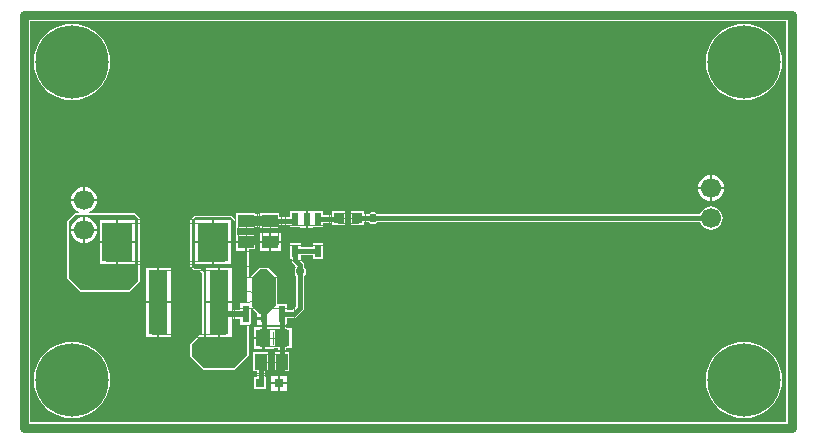
<source format=gtl>
G04*
G04 #@! TF.GenerationSoftware,Altium Limited,Altium Designer,18.1.11 (251)*
G04*
G04 Layer_Physical_Order=1*
G04 Layer_Color=255*
%FSLAX25Y25*%
%MOIN*%
G70*
G01*
G75*
%ADD12C,0.00197*%
%ADD13C,0.00650*%
%ADD14C,0.03000*%
%ADD15C,0.00394*%
%ADD16R,0.02362X0.05512*%
%ADD17R,0.02362X0.02756*%
%ADD18R,0.02362X0.04134*%
%ADD19R,0.03937X0.05315*%
%ADD20R,0.03347X0.03543*%
%ADD21R,0.03150X0.03150*%
%ADD22R,0.10197X0.12756*%
%ADD23R,0.06496X0.21260*%
%ADD24R,0.05118X0.05709*%
%ADD25R,0.05315X0.03937*%
%ADD38C,0.02000*%
%ADD39C,0.01600*%
%ADD40C,0.03200*%
%ADD41C,0.24410*%
%ADD42C,0.06693*%
%ADD43C,0.02953*%
G36*
X253866Y2039D02*
X2039D01*
Y135756D01*
X253866D01*
Y2039D01*
D02*
G37*
%LPC*%
G36*
X240000Y134744D02*
X238006Y134587D01*
X236062Y134120D01*
X234214Y133355D01*
X232509Y132310D01*
X230989Y131011D01*
X229690Y129491D01*
X228645Y127786D01*
X227880Y125938D01*
X227413Y123994D01*
X227256Y122000D01*
X227413Y120006D01*
X227880Y118062D01*
X228645Y116214D01*
X229690Y114509D01*
X230989Y112989D01*
X232509Y111690D01*
X234214Y110645D01*
X236062Y109880D01*
X238006Y109413D01*
X240000Y109256D01*
X241994Y109413D01*
X243938Y109880D01*
X245786Y110645D01*
X247491Y111690D01*
X249011Y112989D01*
X250310Y114509D01*
X251355Y116214D01*
X252120Y118062D01*
X252587Y120006D01*
X252744Y122000D01*
X252587Y123994D01*
X252120Y125938D01*
X251355Y127786D01*
X250310Y129491D01*
X249011Y131011D01*
X247491Y132310D01*
X245786Y133355D01*
X243938Y134120D01*
X241994Y134587D01*
X240000Y134744D01*
D02*
G37*
G36*
X16000D02*
X14006Y134587D01*
X12062Y134120D01*
X10214Y133355D01*
X8509Y132310D01*
X6989Y131011D01*
X5690Y129491D01*
X4645Y127786D01*
X3880Y125938D01*
X3413Y123994D01*
X3256Y122000D01*
X3413Y120006D01*
X3880Y118062D01*
X4645Y116214D01*
X5690Y114509D01*
X6989Y112989D01*
X8509Y111690D01*
X10214Y110645D01*
X12062Y109880D01*
X14006Y109413D01*
X16000Y109256D01*
X17994Y109413D01*
X19938Y109880D01*
X21786Y110645D01*
X23491Y111690D01*
X25011Y112989D01*
X26310Y114509D01*
X27355Y116214D01*
X28120Y118062D01*
X28587Y120006D01*
X28744Y122000D01*
X28587Y123994D01*
X28120Y125938D01*
X27355Y127786D01*
X26310Y129491D01*
X25011Y131011D01*
X23491Y132310D01*
X21786Y133355D01*
X19938Y134120D01*
X17994Y134587D01*
X16000Y134744D01*
D02*
G37*
G36*
X229400Y84331D02*
Y80400D01*
X233331D01*
X233235Y81135D01*
X232797Y82192D01*
X232100Y83100D01*
X231192Y83797D01*
X230135Y84235D01*
X229400Y84331D01*
D02*
G37*
G36*
X228600D02*
X227865Y84235D01*
X226808Y83797D01*
X225900Y83100D01*
X225203Y82192D01*
X224765Y81135D01*
X224669Y80400D01*
X228600D01*
Y84331D01*
D02*
G37*
G36*
X20400Y80331D02*
Y76400D01*
X24331D01*
X24235Y77135D01*
X23797Y78192D01*
X23100Y79100D01*
X22192Y79797D01*
X21135Y80235D01*
X20400Y80331D01*
D02*
G37*
G36*
X19600D02*
X18865Y80235D01*
X17808Y79797D01*
X16900Y79100D01*
X16203Y78192D01*
X15765Y77135D01*
X15669Y76400D01*
X19600D01*
Y80331D01*
D02*
G37*
G36*
X233331Y79600D02*
X229400D01*
Y75669D01*
X230135Y75765D01*
X231192Y76203D01*
X232100Y76900D01*
X232797Y77808D01*
X233235Y78865D01*
X233331Y79600D01*
D02*
G37*
G36*
X228600D02*
X224669D01*
X224765Y78865D01*
X225203Y77808D01*
X225900Y76900D01*
X226808Y76203D01*
X227865Y75765D01*
X228600Y75669D01*
Y79600D01*
D02*
G37*
G36*
X24331Y75600D02*
X20000D01*
X15669D01*
X15765Y74865D01*
X16203Y73808D01*
X16900Y72900D01*
X17808Y72203D01*
X18200Y72041D01*
X18100Y71541D01*
X17000D01*
X17000Y71541D01*
X16617Y71383D01*
X16617Y71383D01*
X14617Y69383D01*
X14459Y69000D01*
X14459Y69000D01*
Y50000D01*
X14617Y49617D01*
X14617Y49617D01*
X18617Y45617D01*
X19000Y45459D01*
X19000Y45459D01*
X35000D01*
X35383Y45617D01*
X38383Y48617D01*
X38541Y49000D01*
X38541Y49000D01*
Y70000D01*
X38383Y70383D01*
X38383Y70383D01*
X37383Y71383D01*
X37000Y71541D01*
X37000Y71541D01*
X21900D01*
X21801Y72041D01*
X22192Y72203D01*
X23100Y72900D01*
X23797Y73808D01*
X24235Y74865D01*
X24331Y75600D01*
D02*
G37*
G36*
X229000Y73880D02*
X227996Y73747D01*
X227060Y73360D01*
X226257Y72743D01*
X225640Y71940D01*
X225386Y71325D01*
X117891D01*
X117825Y71425D01*
X117171Y71862D01*
X116400Y72015D01*
X115629Y71862D01*
X114975Y71425D01*
X114909Y71325D01*
X113224D01*
Y72272D01*
X108878D01*
Y67728D01*
X113224D01*
Y68674D01*
X114909D01*
X114975Y68575D01*
X115629Y68138D01*
X116400Y67985D01*
X117171Y68138D01*
X117825Y68575D01*
X117891Y68674D01*
X225386D01*
X225640Y68060D01*
X226257Y67257D01*
X227060Y66640D01*
X227996Y66253D01*
X229000Y66120D01*
X230004Y66253D01*
X230940Y66640D01*
X231743Y67257D01*
X232360Y68060D01*
X232747Y68996D01*
X232880Y70000D01*
X232747Y71004D01*
X232360Y71940D01*
X231743Y72743D01*
X230940Y73360D01*
X230004Y73747D01*
X229000Y73880D01*
D02*
G37*
G36*
X93860Y72697D02*
X92079D01*
Y72197D01*
X88839D01*
Y70412D01*
X85158D01*
Y71555D01*
X78843D01*
Y71228D01*
X77157D01*
Y71555D01*
X70842D01*
Y69864D01*
X70342Y69657D01*
X69383Y70617D01*
X69383Y70617D01*
X69000Y70776D01*
X69000Y70776D01*
X57000D01*
X56617Y70617D01*
X56617Y70617D01*
X55617Y69617D01*
X55459Y69235D01*
X55459Y69235D01*
Y54000D01*
X55617Y53617D01*
X55617Y53617D01*
X56617Y52617D01*
X57000Y52459D01*
X57000Y52459D01*
X58776D01*
X59459Y51776D01*
Y30891D01*
X58350D01*
X57967Y30733D01*
X57967Y30733D01*
X55617Y28383D01*
X55459Y28000D01*
X55459Y28000D01*
Y24000D01*
X55617Y23617D01*
X55617Y23617D01*
X59617Y19617D01*
X60000Y19459D01*
X60000Y19459D01*
X70000D01*
X70000Y19459D01*
X70383Y19617D01*
X74783Y24017D01*
X74941Y24400D01*
X74941Y24400D01*
Y34142D01*
X75275Y34642D01*
X75776D01*
Y39522D01*
X76237Y39714D01*
X77819Y38132D01*
Y36920D01*
X80000D01*
Y36120D01*
X77819D01*
Y34142D01*
X77438Y33854D01*
X76291D01*
Y30400D01*
X79850D01*
Y30000D01*
X80250D01*
Y26146D01*
X83409D01*
Y26646D01*
X84675D01*
Y25157D01*
X83531D01*
Y18843D01*
X88468D01*
Y25157D01*
X87326D01*
Y26646D01*
X89209D01*
Y33354D01*
X87231D01*
Y34642D01*
X87587D01*
Y36572D01*
X89898D01*
X90405Y36673D01*
X90835Y36960D01*
X92987Y39113D01*
X93275Y39543D01*
X93375Y40050D01*
Y50709D01*
X93475Y50775D01*
X93912Y51429D01*
X94065Y52200D01*
X93912Y52971D01*
X93475Y53625D01*
X93375Y53691D01*
Y54339D01*
X93375Y54339D01*
X93275Y54847D01*
X92987Y55277D01*
X92293Y55971D01*
X92201Y56433D01*
X92201D01*
Y57674D01*
X96319D01*
Y56433D01*
X99681D01*
Y61567D01*
X96319D01*
Y60325D01*
X92201D01*
Y61567D01*
X88839D01*
Y56433D01*
X89194D01*
Y55870D01*
X89295Y55362D01*
X89582Y54932D01*
X90423Y54092D01*
X90625Y53625D01*
X90188Y52971D01*
X90035Y52200D01*
X90188Y51429D01*
X90625Y50775D01*
X90724Y50709D01*
Y40599D01*
X89349Y39223D01*
X87587D01*
Y41153D01*
X84478D01*
Y50102D01*
X84478Y50102D01*
X84320Y50485D01*
X84320Y50485D01*
X81564Y53241D01*
X81181Y53399D01*
X81181Y53399D01*
X78819D01*
X78819Y53399D01*
X78436Y53241D01*
X78436Y53241D01*
X75680Y50485D01*
X75522Y50102D01*
X75522Y50102D01*
Y41685D01*
X75441Y41660D01*
X74941Y42031D01*
Y58632D01*
Y59531D01*
X77157D01*
Y64468D01*
X70884D01*
Y64950D01*
X70891Y64969D01*
Y66618D01*
X77157D01*
Y66945D01*
X78843D01*
Y66618D01*
X85158D01*
Y67761D01*
X88839D01*
Y67063D01*
X92079D01*
Y66563D01*
X93860D01*
Y69630D01*
Y72697D01*
D02*
G37*
G36*
X96441D02*
X94660D01*
Y69630D01*
Y66563D01*
X96441D01*
Y67063D01*
X99681D01*
Y68304D01*
X102776D01*
Y67728D01*
X107122D01*
Y72272D01*
X102776D01*
Y70955D01*
X99681D01*
Y72197D01*
X96441D01*
Y72697D01*
D02*
G37*
G36*
X85658Y64969D02*
X82400D01*
Y62400D01*
X85658D01*
Y64969D01*
D02*
G37*
G36*
X81600D02*
X78342D01*
Y62400D01*
X81600D01*
Y64969D01*
D02*
G37*
G36*
X85658Y61600D02*
X82400D01*
Y59031D01*
X85658D01*
Y61600D01*
D02*
G37*
G36*
X81600D02*
X78342D01*
Y59031D01*
X81600D01*
Y61600D01*
D02*
G37*
G36*
X48972Y53630D02*
X45124D01*
Y42400D01*
X48972D01*
Y53630D01*
D02*
G37*
G36*
X44324D02*
X40476D01*
Y42400D01*
X44324D01*
Y53630D01*
D02*
G37*
G36*
X48972Y41600D02*
X45124D01*
Y30370D01*
X48972D01*
Y41600D01*
D02*
G37*
G36*
X44324D02*
X40476D01*
Y30370D01*
X44324D01*
Y41600D01*
D02*
G37*
G36*
X79450Y29600D02*
X76291D01*
Y26146D01*
X79450D01*
Y29600D01*
D02*
G37*
G36*
X87575Y17575D02*
X85400D01*
Y15400D01*
X87575D01*
Y17575D01*
D02*
G37*
G36*
X84600D02*
X82425D01*
Y15400D01*
X84600D01*
Y17575D01*
D02*
G37*
G36*
X81382Y25157D02*
X76445D01*
Y18843D01*
X77588D01*
Y17075D01*
X76626D01*
Y12925D01*
X80776D01*
Y17075D01*
X80239D01*
Y18843D01*
X81382D01*
Y25157D01*
D02*
G37*
G36*
X87575Y14600D02*
X85400D01*
Y12425D01*
X87575D01*
Y14600D01*
D02*
G37*
G36*
X84600D02*
X82425D01*
Y12425D01*
X84600D01*
Y14600D01*
D02*
G37*
G36*
X240000Y28744D02*
X238006Y28587D01*
X236062Y28120D01*
X234214Y27355D01*
X232509Y26310D01*
X230989Y25011D01*
X229690Y23491D01*
X228645Y21786D01*
X227880Y19938D01*
X227413Y17994D01*
X227256Y16000D01*
X227413Y14006D01*
X227880Y12062D01*
X228645Y10214D01*
X229690Y8509D01*
X230989Y6989D01*
X232509Y5690D01*
X234214Y4645D01*
X236062Y3880D01*
X238006Y3413D01*
X240000Y3256D01*
X241994Y3413D01*
X243938Y3880D01*
X245786Y4645D01*
X247491Y5690D01*
X249011Y6989D01*
X250310Y8509D01*
X251355Y10214D01*
X252120Y12062D01*
X252587Y14006D01*
X252744Y16000D01*
X252587Y17994D01*
X252120Y19938D01*
X251355Y21786D01*
X250310Y23491D01*
X249011Y25011D01*
X247491Y26310D01*
X245786Y27355D01*
X243938Y28120D01*
X241994Y28587D01*
X240000Y28744D01*
D02*
G37*
G36*
X16000D02*
X14006Y28587D01*
X12062Y28120D01*
X10214Y27355D01*
X8509Y26310D01*
X6989Y25011D01*
X5690Y23491D01*
X4645Y21786D01*
X3880Y19938D01*
X3413Y17994D01*
X3256Y16000D01*
X3413Y14006D01*
X3880Y12062D01*
X4645Y10214D01*
X5690Y8509D01*
X6989Y6989D01*
X8509Y5690D01*
X10214Y4645D01*
X12062Y3880D01*
X14006Y3413D01*
X16000Y3256D01*
X17994Y3413D01*
X19938Y3880D01*
X21786Y4645D01*
X23491Y5690D01*
X25011Y6989D01*
X26310Y8509D01*
X27355Y10214D01*
X28120Y12062D01*
X28587Y14006D01*
X28744Y16000D01*
X28587Y17994D01*
X28120Y19938D01*
X27355Y21786D01*
X26310Y23491D01*
X25011Y25011D01*
X23491Y26310D01*
X21786Y27355D01*
X19938Y28120D01*
X17994Y28587D01*
X16000Y28744D01*
D02*
G37*
%LPD*%
G36*
X38000Y70000D02*
Y49000D01*
X35000Y46000D01*
X19000D01*
X15000Y50000D01*
Y69000D01*
X17000Y71000D01*
X37000D01*
X38000Y70000D01*
D02*
G37*
%LPC*%
G36*
X20400Y70331D02*
Y66400D01*
X24331D01*
X24235Y67135D01*
X23797Y68192D01*
X23100Y69100D01*
X22192Y69797D01*
X21135Y70235D01*
X20400Y70331D01*
D02*
G37*
G36*
X19600D02*
X18865Y70235D01*
X17808Y69797D01*
X16900Y69100D01*
X16203Y68192D01*
X15765Y67135D01*
X15669Y66400D01*
X19600D01*
Y70331D01*
D02*
G37*
G36*
X37114Y69378D02*
X31416D01*
Y62400D01*
X37114D01*
Y69378D01*
D02*
G37*
G36*
X30616D02*
X24917D01*
Y62400D01*
X30616D01*
Y69378D01*
D02*
G37*
G36*
X24331Y65600D02*
X20400D01*
Y61669D01*
X21135Y61765D01*
X22192Y62203D01*
X23100Y62900D01*
X23797Y63808D01*
X24235Y64865D01*
X24331Y65600D01*
D02*
G37*
G36*
X19600D02*
X15669D01*
X15765Y64865D01*
X16203Y63808D01*
X16900Y62900D01*
X17808Y62203D01*
X18865Y61765D01*
X19600Y61669D01*
Y65600D01*
D02*
G37*
G36*
X37114Y61600D02*
X31416D01*
Y54622D01*
X37114D01*
Y61600D01*
D02*
G37*
G36*
X30616D02*
X24917D01*
Y54622D01*
X30616D01*
Y61600D01*
D02*
G37*
%LPD*%
G36*
X70350Y68885D02*
Y64969D01*
X70342D01*
Y62400D01*
X74000D01*
Y62000D01*
X74400D01*
Y58632D01*
Y41653D01*
X71913D01*
Y39427D01*
X69248D01*
Y41600D01*
X65400D01*
Y30370D01*
X69248D01*
Y36368D01*
X71913D01*
Y34142D01*
X74400D01*
Y24400D01*
X70000Y20000D01*
X60000D01*
X56000Y24000D01*
Y28000D01*
X58350Y30350D01*
X60000D01*
Y52000D01*
X59000Y53000D01*
X57000D01*
X56000Y54000D01*
Y69235D01*
X57000Y70235D01*
X69000D01*
X70350Y68885D01*
D02*
G37*
G36*
X83937Y50102D02*
Y40653D01*
X81181Y37898D01*
X78819D01*
X76063Y40653D01*
Y50102D01*
X78819Y52858D01*
X81181D01*
X83937Y50102D01*
D02*
G37*
%LPC*%
G36*
X69083Y69378D02*
X63384D01*
Y62400D01*
X69083D01*
Y69378D01*
D02*
G37*
G36*
X62584D02*
X56886D01*
Y62400D01*
X62584D01*
Y69378D01*
D02*
G37*
G36*
X73600Y61600D02*
X70342D01*
Y59031D01*
X73600D01*
Y61600D01*
D02*
G37*
G36*
X69083D02*
X63384D01*
Y54622D01*
X69083D01*
Y61600D01*
D02*
G37*
G36*
X62584D02*
X56886D01*
Y54622D01*
X62584D01*
Y61600D01*
D02*
G37*
G36*
X69248Y53630D02*
X65400D01*
Y42400D01*
X69248D01*
Y53630D01*
D02*
G37*
G36*
X64600D02*
X60752D01*
Y42400D01*
X64600D01*
Y53630D01*
D02*
G37*
G36*
Y41600D02*
X60752D01*
Y30370D01*
X64600D01*
Y41600D01*
D02*
G37*
%LPD*%
D12*
X90039Y34157D02*
Y53843D01*
X69961Y34157D02*
Y53843D01*
X90039D01*
X69961Y34157D02*
X90039D01*
X86976Y56047D02*
Y72583D01*
X101543Y56047D02*
Y72583D01*
X86976Y56047D02*
X101543D01*
X86976Y72583D02*
X101543D01*
X75961Y18260D02*
Y25740D01*
X88953Y18260D02*
Y25740D01*
X75961D02*
X88953D01*
X75961Y18260D02*
X88953D01*
X102291Y67244D02*
X113709D01*
X102291Y72756D02*
X113709D01*
Y67244D02*
Y72756D01*
X102291Y67244D02*
Y72756D01*
X76339Y17559D02*
X87559D01*
X76142Y12441D02*
Y17559D01*
X76339Y12441D02*
X87559D01*
Y17559D01*
X24953Y54520D02*
Y69480D01*
X69047Y54520D02*
Y69480D01*
X24953D02*
X69047D01*
X24953Y54520D02*
X69047D01*
X40492Y30386D02*
Y53614D01*
X69232Y30386D02*
Y53614D01*
X40492D02*
X69232D01*
X40492Y30386D02*
X69232D01*
X76307Y26063D02*
Y33937D01*
X89693Y26063D02*
Y33937D01*
X76307D02*
X89693D01*
X76307Y26063D02*
X89693D01*
X70260Y72039D02*
X77740D01*
X70260Y59047D02*
X77740D01*
Y72039D01*
X70260Y59047D02*
Y72039D01*
X78260Y59047D02*
X85740D01*
X78260Y72039D02*
X85740D01*
X78260Y59047D02*
Y72039D01*
X85740Y59047D02*
Y72039D01*
D13*
X228200Y31200D02*
Y34699D01*
X229366Y33533D01*
X230533Y34699D01*
Y31200D01*
X231699Y34699D02*
Y31200D01*
Y32949D01*
X234031D01*
Y34699D01*
Y31200D01*
X236947D02*
Y34699D01*
X235198Y32949D01*
X237530D01*
X31650Y129750D02*
Y133249D01*
X32816Y132083D01*
X33983Y133249D01*
Y129750D01*
X35149Y133249D02*
Y129750D01*
Y131499D01*
X37481D01*
Y133249D01*
Y129750D01*
X38648Y132666D02*
X39231Y133249D01*
X40397D01*
X40980Y132666D01*
Y132083D01*
X40397Y131499D01*
X39814D01*
X40397D01*
X40980Y130916D01*
Y130333D01*
X40397Y129750D01*
X39231D01*
X38648Y130333D01*
X4200Y31200D02*
Y34699D01*
X5366Y33533D01*
X6533Y34699D01*
Y31200D01*
X7699Y34699D02*
Y31200D01*
Y32949D01*
X10031D01*
Y34699D01*
Y31200D01*
X13530D02*
X11198D01*
X13530Y33533D01*
Y34116D01*
X12947Y34699D01*
X11781D01*
X11198Y34116D01*
X219350Y129650D02*
Y133149D01*
X220516Y131983D01*
X221683Y133149D01*
Y129650D01*
X222849Y133149D02*
Y129650D01*
Y131399D01*
X225181D01*
Y133149D01*
Y129650D01*
X226348D02*
X227514D01*
X226931D01*
Y133149D01*
X226348Y132566D01*
D14*
X0Y0D02*
X255906D01*
Y137795D01*
X0D02*
X255906D01*
X0Y0D02*
Y137795D01*
D15*
X76653Y43695D02*
G03*
X76653Y43695I-1969J0D01*
G01*
X89055Y39955D02*
Y50191D01*
X70945Y39955D02*
Y50191D01*
X89055D01*
X70945Y39955D02*
X89055D01*
X88059Y61067D02*
Y67563D01*
X100461Y61067D02*
Y67563D01*
X88059Y61067D02*
X100461D01*
X88059Y67563D02*
X100461D01*
X78323Y19342D02*
Y24657D01*
X86591Y19342D02*
Y24657D01*
X78323D02*
X86591D01*
X78323Y19342D02*
X86591D01*
X104654Y68228D02*
X111346D01*
X104654Y71772D02*
X111346D01*
Y68228D02*
Y71772D01*
X104654Y68228D02*
Y71772D01*
X27315Y55701D02*
Y68299D01*
X66685Y55701D02*
Y68299D01*
X27315D02*
X66685D01*
X27315Y55701D02*
X66685D01*
X42854Y31370D02*
Y52630D01*
X66870Y31370D02*
Y52630D01*
X42854D02*
X66870D01*
X42854Y31370D02*
X66870D01*
X78669Y27146D02*
Y32854D01*
X87331Y27146D02*
Y32854D01*
X78669D02*
X87331D01*
X78669Y27146D02*
X87331D01*
X71342Y69677D02*
X76657D01*
X71342Y61409D02*
X76657D01*
Y69677D01*
X71342Y61409D02*
Y69677D01*
X79343Y61409D02*
X84658D01*
X79343Y69677D02*
X84658D01*
X79343Y61409D02*
Y69677D01*
X84658Y61409D02*
Y69677D01*
X78031Y45073D02*
X81968D01*
X80000Y43104D02*
Y47041D01*
X92291Y64315D02*
X96228D01*
X94260Y62347D02*
Y66284D01*
X80488Y22000D02*
X84425D01*
X82457Y20031D02*
Y23968D01*
X108000Y68228D02*
Y71772D01*
X106228Y70000D02*
X109772D01*
X45031Y62000D02*
X48968D01*
X47000Y60031D02*
Y63968D01*
X52894Y42000D02*
X56831D01*
X54862Y40031D02*
Y43968D01*
X81032Y30000D02*
X84969D01*
X83000Y28032D02*
Y31969D01*
X74000Y63575D02*
Y67512D01*
X72031Y65543D02*
X75968D01*
X82000Y63575D02*
Y67512D01*
X80032Y65543D02*
X83969D01*
D16*
X85905Y37898D02*
D03*
X74094D02*
D03*
D17*
X80000Y36520D02*
D03*
D18*
X98000Y59000D02*
D03*
X90520D02*
D03*
Y69630D02*
D03*
X94260D02*
D03*
X98000D02*
D03*
D19*
X78913Y22000D02*
D03*
X86000D02*
D03*
D20*
X111051Y70000D02*
D03*
X104949D02*
D03*
D21*
X85000Y15000D02*
D03*
X78701D02*
D03*
D22*
X31016Y62000D02*
D03*
X62984D02*
D03*
D23*
X44724Y42000D02*
D03*
X65000D02*
D03*
D24*
X79850Y30000D02*
D03*
X86150D02*
D03*
D25*
X74000Y69087D02*
D03*
Y62000D02*
D03*
X82000D02*
D03*
Y69087D02*
D03*
D38*
X64950Y37500D02*
X65348Y37898D01*
X74094D01*
D39*
X92050Y52200D02*
Y54339D01*
X90520Y55870D02*
X92050Y54339D01*
X90520Y55870D02*
Y59000D01*
X89898Y37898D02*
X92050Y40050D01*
Y52200D01*
X90520Y59000D02*
X98000D01*
X85905Y37898D02*
X89898D01*
X86000Y22000D02*
Y30150D01*
X111051Y70000D02*
X229000D01*
X104579Y69630D02*
X104949Y70000D01*
X98000Y69630D02*
X104579D01*
X89976Y69087D02*
X90520Y69630D01*
X82000Y69087D02*
X89976D01*
X78701Y15000D02*
X78913Y15213D01*
Y22000D01*
X85905Y30244D02*
X86000Y30150D01*
X85905Y30244D02*
Y37898D01*
X79850Y30000D02*
X80000Y30150D01*
Y36520D01*
D40*
X74000Y69087D02*
X82000D01*
D41*
X240000Y16000D02*
D03*
Y122000D02*
D03*
X16000Y16000D02*
D03*
Y122000D02*
D03*
D42*
X20000Y66000D02*
D03*
Y76000D02*
D03*
X229000Y80000D02*
D03*
Y70000D02*
D03*
D43*
X240000Y100000D02*
D03*
X250000Y80000D02*
D03*
X240000Y60000D02*
D03*
X250000Y40000D02*
D03*
X220000Y100000D02*
D03*
Y60000D02*
D03*
X230000Y40000D02*
D03*
X220000Y20000D02*
D03*
X210000Y120000D02*
D03*
X200000Y100000D02*
D03*
X210000Y80000D02*
D03*
X200000Y60000D02*
D03*
X210000Y40000D02*
D03*
X200000Y20000D02*
D03*
X190000Y120000D02*
D03*
X180000Y100000D02*
D03*
X190000Y80000D02*
D03*
X180000Y60000D02*
D03*
X190000Y40000D02*
D03*
X180000Y20000D02*
D03*
X170000Y120000D02*
D03*
X160000Y100000D02*
D03*
X170000Y80000D02*
D03*
X160000Y60000D02*
D03*
X170000Y40000D02*
D03*
X160000Y20000D02*
D03*
X150000Y120000D02*
D03*
X140000Y100000D02*
D03*
X150000Y80000D02*
D03*
X140000Y60000D02*
D03*
X150000Y40000D02*
D03*
X140000Y20000D02*
D03*
X130000Y120000D02*
D03*
X120000Y100000D02*
D03*
X130000Y80000D02*
D03*
X120000Y60000D02*
D03*
X130000Y40000D02*
D03*
X120000Y20000D02*
D03*
X110000Y120000D02*
D03*
X100000Y100000D02*
D03*
X110000Y80000D02*
D03*
Y40000D02*
D03*
X100000Y20000D02*
D03*
X90000Y120000D02*
D03*
X80000Y100000D02*
D03*
X70000Y120000D02*
D03*
X60000Y100000D02*
D03*
X70000Y80000D02*
D03*
X50000Y120000D02*
D03*
X40000Y100000D02*
D03*
X50000Y80000D02*
D03*
X40000Y20000D02*
D03*
X20000Y100000D02*
D03*
X30000Y80000D02*
D03*
Y40000D02*
D03*
X116400Y70000D02*
D03*
X92050Y52200D02*
D03*
X71000Y26000D02*
D03*
X59000D02*
D03*
X20000Y52000D02*
D03*
X32000D02*
D03*
M02*

</source>
